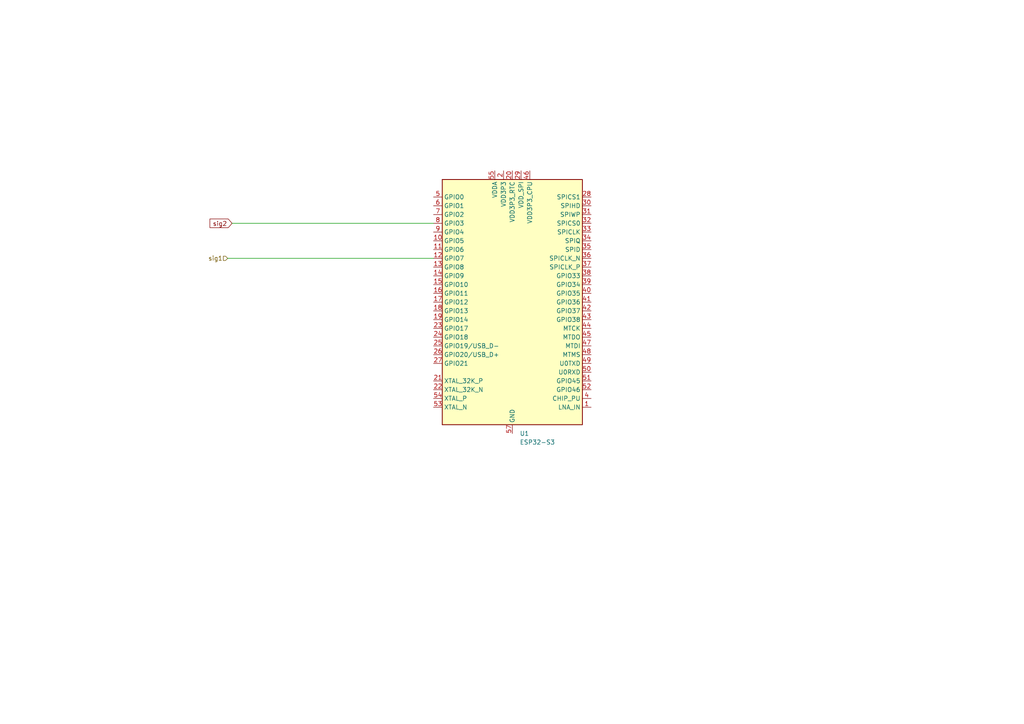
<source format=kicad_sch>
(kicad_sch (version 20250114) (generator "eeschema") (generator_version "9.0")
  (paper "A4")
  (lib_symbols
    (symbol "MCU_Espressif:ESP32-S3"
      (property "Reference" "U" (at 10.16 -38.1 0))
      (property "Value" "ESP32-S3" (at 13.97 -40.64 0))
      (symbol "ESP32-S3_0_1"
        (rectangle (start -20.32 35.56) (end 20.32 -35.56) (stroke (width 0.254)) (fill (type background)))
      )
      (symbol "ESP32-S3_1_0"
        (pin passive line (at -5.08 38.1 270) (length 2.54) (hide yes) (name "VDDA") (number "56"))
        (pin bidirectional line (at 22.86 12.7 180) (length 2.54) (name "SPICLK_N") (number "36"))
        (pin bidirectional line (at 22.86 -10.16 180) (length 2.54) (name "MTDO") (number "45"))
        (pin bidirectional line (at 22.86 -22.86 180) (length 2.54) (name "GPIO45") (number "51"))
      )
      (symbol "ESP32-S3_1_1"
        (pin bidirectional line (at -22.86 30.48 0) (length 2.54) (name "GPIO0") (number "5"))
        (pin bidirectional line (at -22.86 27.94 0) (length 2.54) (name "GPIO1") (number "6"))
        (pin bidirectional line (at -22.86 25.4 0) (length 2.54) (name "GPIO2") (number "7"))
        (pin bidirectional line (at -22.86 22.86 0) (length 2.54) (name "GPIO3") (number "8"))
        (pin bidirectional line (at -22.86 20.32 0) (length 2.54) (name "GPIO4") (number "9"))
        (pin bidirectional line (at -22.86 17.78 0) (length 2.54) (name "GPIO5") (number "10"))
        (pin bidirectional line (at -22.86 15.24 0) (length 2.54) (name "GPIO6") (number "11"))
        (pin bidirectional line (at -22.86 12.7 0) (length 2.54) (name "GPIO7") (number "12"))
        (pin bidirectional line (at -22.86 10.16 0) (length 2.54) (name "GPIO8") (number "13"))
        (pin bidirectional line (at -22.86 7.62 0) (length 2.54) (name "GPIO9") (number "14"))
        (pin bidirectional line (at -22.86 5.08 0) (length 2.54) (name "GPIO10") (number "15"))
        (pin bidirectional line (at -22.86 2.54 0) (length 2.54) (name "GPIO11") (number "16"))
        (pin bidirectional line (at -22.86 0 0) (length 2.54) (name "GPIO12") (number "17"))
        (pin bidirectional line (at -22.86 -2.54 0) (length 2.54) (name "GPIO13") (number "18"))
        (pin bidirectional line (at -22.86 -5.08 0) (length 2.54) (name "GPIO14") (number "19"))
        (pin bidirectional line (at -22.86 -7.62 0) (length 2.54) (name "GPIO17") (number "23"))
        (pin bidirectional line (at -22.86 -10.16 0) (length 2.54) (name "GPIO18") (number "24"))
        (pin bidirectional line (at -22.86 -12.7 0) (length 2.54) (name "GPIO19/USB_D-") (number "25"))
        (pin bidirectional line (at -22.86 -15.24 0) (length 2.54) (name "GPIO20/USB_D+") (number "26"))
        (pin bidirectional line (at -22.86 -17.78 0) (length 2.54) (name "GPIO21") (number "27"))
        (pin passive line (at -22.86 -22.86 0) (length 2.54) (name "XTAL_32K_P") (number "21"))
        (pin passive line (at -22.86 -25.4 0) (length 2.54) (name "XTAL_32K_N") (number "22"))
        (pin input line (at -22.86 -27.94 0) (length 2.54) (name "XTAL_P") (number "54"))
        (pin output line (at -22.86 -30.48 0) (length 2.54) (name "XTAL_N") (number "53"))
        (pin power_in line (at -5.08 38.1 270) (length 2.54) (name "VDDA") (number "55"))
        (pin power_in line (at -2.54 38.1 270) (length 2.54) (name "VDD3P3") (number "2"))
        (pin passive line (at -2.54 38.1 270) (length 2.54) (hide yes) (name "VDD3P3") (number "3"))
        (pin power_in line (at 0 38.1 270) (length 2.54) (name "VDD3P3_RTC") (number "20"))
        (pin power_in line (at 0 -38.1 90) (length 2.54) (name "GND") (number "57"))
        (pin power_in line (at 2.54 38.1 270) (length 2.54) (name "VDD_SPI") (number "29"))
        (pin power_in line (at 5.08 38.1 270) (length 2.54) (name "VDD3P3_CPU") (number "46"))
        (pin bidirectional line (at 22.86 30.48 180) (length 2.54) (name "SPICS1") (number "28"))
        (pin bidirectional line (at 22.86 27.94 180) (length 2.54) (name "SPIHD") (number "30"))
        (pin bidirectional line (at 22.86 25.4 180) (length 2.54) (name "SPIWP") (number "31"))
        (pin bidirectional line (at 22.86 22.86 180) (length 2.54) (name "SPICS0") (number "32"))
        (pin bidirectional line (at 22.86 20.32 180) (length 2.54) (name "SPICLK") (number "33"))
        (pin bidirectional line (at 22.86 17.78 180) (length 2.54) (name "SPIQ") (number "34"))
        (pin bidirectional line (at 22.86 15.24 180) (length 2.54) (name "SPID") (number "35"))
        (pin bidirectional line (at 22.86 10.16 180) (length 2.54) (name "SPICLK_P") (number "37"))
        (pin bidirectional line (at 22.86 7.62 180) (length 2.54) (name "GPIO33") (number "38"))
        (pin bidirectional line (at 22.86 5.08 180) (length 2.54) (name "GPIO34") (number "39"))
        (pin bidirectional line (at 22.86 2.54 180) (length 2.54) (name "GPIO35") (number "40"))
        (pin bidirectional line (at 22.86 0 180) (length 2.54) (name "GPIO36") (number "41"))
        (pin bidirectional line (at 22.86 -2.54 180) (length 2.54) (name "GPIO37") (number "42"))
        (pin bidirectional line (at 22.86 -5.08 180) (length 2.54) (name "GPIO38") (number "43"))
        (pin bidirectional line (at 22.86 -7.62 180) (length 2.54) (name "MTCK") (number "44"))
        (pin bidirectional line (at 22.86 -12.7 180) (length 2.54) (name "MTDI") (number "47"))
        (pin bidirectional line (at 22.86 -15.24 180) (length 2.54) (name "MTMS") (number "48"))
        (pin bidirectional line (at 22.86 -17.78 180) (length 2.54) (name "U0TXD") (number "49"))
        (pin bidirectional line (at 22.86 -20.32 180) (length 2.54) (name "U0RXD") (number "50"))
        (pin bidirectional line (at 22.86 -25.4 180) (length 2.54) (name "GPIO46") (number "52"))
        (pin input line (at 22.86 -27.94 180) (length 2.54) (name "CHIP_PU") (number "4"))
        (pin bidirectional line (at 22.86 -30.48 180) (length 2.54) (name "LNA_IN") (number "1"))
      )
    )
  )
  (wire (pts (xy 66.04 74.93) (xy 125.73 74.93)))
  (wire (pts (xy 67.31 64.77) (xy 125.73 64.77)))
  (global_label "sig2" (shape input) (at 67.31 64.77 180) (property "Intersheetrefs" "${INTERSHEET_REFS}" (effects (hide yes))))
  (hierarchical_label "sig1" (shape input) (at 66.04 74.93 180))
  (symbol (lib_id "MCU_Espressif:ESP32-S3") (at 148.59 87.63 0) (unit 1)
    (property "Reference" "U1" (at 150.7333 125.73 0) (effects (justify left)))
    (property "Value" "ESP32-S3" (at 150.7333 128.27 0) (effects (justify left)))
    (property "Footprint" "Package_DFN_QFN:QFN-56-1EP_7x7mm_P0.4mm_EP4x4mm" (effects (hide yes)))
    (property "Datasheet" "https://www.espressif.com/sites/default/files/documentation/esp32-s3_datasheet_en.pdf" (effects (hide yes)))
    (property "Description" "Microcontroller, Wi-Fi 802.11b/g/n, Bluetooth, 32bit" (effects (hide yes)))
  )
)
</source>
